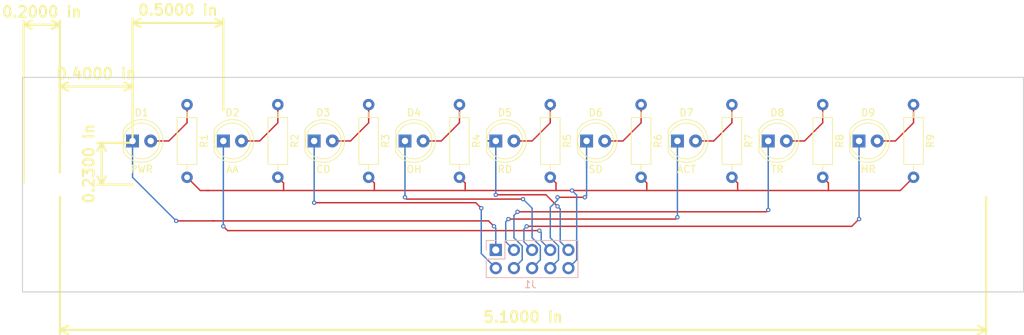
<source format=kicad_pcb>
(kicad_pcb (version 20171130) (host pcbnew 5.0.2-bee76a0~70~ubuntu18.04.1)

  (general
    (thickness 1.6)
    (drawings 9)
    (tracks 162)
    (zones 0)
    (modules 21)
    (nets 20)
  )

  (page A4)
  (layers
    (0 F.Cu signal)
    (31 B.Cu signal)
    (32 B.Adhes user)
    (33 F.Adhes user)
    (34 B.Paste user)
    (35 F.Paste user)
    (36 B.SilkS user)
    (37 F.SilkS user)
    (38 B.Mask user)
    (39 F.Mask user)
    (40 Dwgs.User user)
    (41 Cmts.User user)
    (42 Eco1.User user)
    (43 Eco2.User user)
    (44 Edge.Cuts user)
    (45 Margin user)
    (46 B.CrtYd user)
    (47 F.CrtYd user)
    (48 B.Fab user hide)
    (49 F.Fab user hide)
  )

  (setup
    (last_trace_width 0.2)
    (trace_clearance 0.2)
    (zone_clearance 0.508)
    (zone_45_only no)
    (trace_min 0.2)
    (segment_width 0.2)
    (edge_width 0.15)
    (via_size 0.6)
    (via_drill 0.3)
    (via_min_size 0.4)
    (via_min_drill 0.3)
    (uvia_size 0.3)
    (uvia_drill 0.1)
    (uvias_allowed no)
    (uvia_min_size 0.2)
    (uvia_min_drill 0.1)
    (pcb_text_width 0.3)
    (pcb_text_size 1.5 1.5)
    (mod_edge_width 0.15)
    (mod_text_size 1 1)
    (mod_text_width 0.15)
    (pad_size 3.2 3.2)
    (pad_drill 3.2)
    (pad_to_mask_clearance 0.051)
    (solder_mask_min_width 0.25)
    (aux_axis_origin 0 0)
    (visible_elements FFFFFF7F)
    (pcbplotparams
      (layerselection 0x010fc_ffffffff)
      (usegerberextensions false)
      (usegerberattributes false)
      (usegerberadvancedattributes false)
      (creategerberjobfile false)
      (excludeedgelayer true)
      (linewidth 0.100000)
      (plotframeref false)
      (viasonmask false)
      (mode 1)
      (useauxorigin false)
      (hpglpennumber 1)
      (hpglpenspeed 20)
      (hpglpendiameter 15.000000)
      (psnegative false)
      (psa4output false)
      (plotreference true)
      (plotvalue true)
      (plotinvisibletext false)
      (padsonsilk false)
      (subtractmaskfromsilk false)
      (outputformat 1)
      (mirror false)
      (drillshape 1)
      (scaleselection 1)
      (outputdirectory ""))
  )

  (net 0 "")
  (net 1 "Net-(D8-Pad2)")
  (net 2 +5V)
  (net 3 "Net-(D7-Pad2)")
  (net 4 "Net-(D6-Pad2)")
  (net 5 "Net-(D5-Pad2)")
  (net 6 "Net-(D4-Pad2)")
  (net 7 "Net-(D3-Pad2)")
  (net 8 "Net-(D2-Pad2)")
  (net 9 "Net-(D1-Pad2)")
  (net 10 "Net-(D9-Pad2)")
  (net 11 /AA)
  (net 12 GND)
  (net 13 /CD)
  (net 14 /OH)
  (net 15 /RD)
  (net 16 /SD)
  (net 17 /ACT)
  (net 18 /TR)
  (net 19 /MR)

  (net_class Default "This is the default net class."
    (clearance 0.2)
    (trace_width 0.2)
    (via_dia 0.6)
    (via_drill 0.3)
    (uvia_dia 0.3)
    (uvia_drill 0.1)
    (add_net +5V)
    (add_net /AA)
    (add_net /ACT)
    (add_net /CD)
    (add_net /MR)
    (add_net /OH)
    (add_net /RD)
    (add_net /SD)
    (add_net /TR)
    (add_net GND)
    (add_net "Net-(D1-Pad2)")
    (add_net "Net-(D2-Pad2)")
    (add_net "Net-(D3-Pad2)")
    (add_net "Net-(D4-Pad2)")
    (add_net "Net-(D5-Pad2)")
    (add_net "Net-(D6-Pad2)")
    (add_net "Net-(D7-Pad2)")
    (add_net "Net-(D8-Pad2)")
    (add_net "Net-(D9-Pad2)")
  )

  (module Resistor_THT:R_Axial_DIN0207_L6.3mm_D2.5mm_P10.16mm_Horizontal (layer F.Cu) (tedit 5AE5139B) (tstamp 5D3CBE1C)
    (at 68.58 30.48 270)
    (descr "Resistor, Axial_DIN0207 series, Axial, Horizontal, pin pitch=10.16mm, 0.25W = 1/4W, length*diameter=6.3*2.5mm^2, http://cdn-reichelt.de/documents/datenblatt/B400/1_4W%23YAG.pdf")
    (tags "Resistor Axial_DIN0207 series Axial Horizontal pin pitch 10.16mm 0.25W = 1/4W length 6.3mm diameter 2.5mm")
    (path /5D08FBE1)
    (fp_text reference R1 (at 5.08 -2.37 270) (layer F.SilkS)
      (effects (font (size 1 1) (thickness 0.15)))
    )
    (fp_text value 325 (at 5.08 2.37 270) (layer F.Fab)
      (effects (font (size 1 1) (thickness 0.15)))
    )
    (fp_text user %R (at 5.08 0 270) (layer F.Fab)
      (effects (font (size 1 1) (thickness 0.15)))
    )
    (fp_line (start 11.21 -1.5) (end -1.05 -1.5) (layer F.CrtYd) (width 0.05))
    (fp_line (start 11.21 1.5) (end 11.21 -1.5) (layer F.CrtYd) (width 0.05))
    (fp_line (start -1.05 1.5) (end 11.21 1.5) (layer F.CrtYd) (width 0.05))
    (fp_line (start -1.05 -1.5) (end -1.05 1.5) (layer F.CrtYd) (width 0.05))
    (fp_line (start 9.12 0) (end 8.35 0) (layer F.SilkS) (width 0.12))
    (fp_line (start 1.04 0) (end 1.81 0) (layer F.SilkS) (width 0.12))
    (fp_line (start 8.35 -1.37) (end 1.81 -1.37) (layer F.SilkS) (width 0.12))
    (fp_line (start 8.35 1.37) (end 8.35 -1.37) (layer F.SilkS) (width 0.12))
    (fp_line (start 1.81 1.37) (end 8.35 1.37) (layer F.SilkS) (width 0.12))
    (fp_line (start 1.81 -1.37) (end 1.81 1.37) (layer F.SilkS) (width 0.12))
    (fp_line (start 10.16 0) (end 8.23 0) (layer F.Fab) (width 0.1))
    (fp_line (start 0 0) (end 1.93 0) (layer F.Fab) (width 0.1))
    (fp_line (start 8.23 -1.25) (end 1.93 -1.25) (layer F.Fab) (width 0.1))
    (fp_line (start 8.23 1.25) (end 8.23 -1.25) (layer F.Fab) (width 0.1))
    (fp_line (start 1.93 1.25) (end 8.23 1.25) (layer F.Fab) (width 0.1))
    (fp_line (start 1.93 -1.25) (end 1.93 1.25) (layer F.Fab) (width 0.1))
    (pad 2 thru_hole oval (at 10.16 0 270) (size 1.6 1.6) (drill 0.8) (layers *.Cu *.Mask)
      (net 2 +5V))
    (pad 1 thru_hole circle (at 0 0 270) (size 1.6 1.6) (drill 0.8) (layers *.Cu *.Mask)
      (net 9 "Net-(D1-Pad2)"))
    (model ${KISYS3DMOD}/Resistor_THT.3dshapes/R_Axial_DIN0207_L6.3mm_D2.5mm_P10.16mm_Horizontal.wrl
      (at (xyz 0 0 0))
      (scale (xyz 1 1 1))
      (rotate (xyz 0 0 0))
    )
  )

  (module Resistor_THT:R_Axial_DIN0207_L6.3mm_D2.5mm_P10.16mm_Horizontal (layer F.Cu) (tedit 5AE5139B) (tstamp 5D3CA5DC)
    (at 170.18 30.48 270)
    (descr "Resistor, Axial_DIN0207 series, Axial, Horizontal, pin pitch=10.16mm, 0.25W = 1/4W, length*diameter=6.3*2.5mm^2, http://cdn-reichelt.de/documents/datenblatt/B400/1_4W%23YAG.pdf")
    (tags "Resistor Axial_DIN0207 series Axial Horizontal pin pitch 10.16mm 0.25W = 1/4W length 6.3mm diameter 2.5mm")
    (path /5D08FD55)
    (fp_text reference R9 (at 5.08 -2.37 270) (layer F.SilkS)
      (effects (font (size 1 1) (thickness 0.15)))
    )
    (fp_text value 325 (at 5.08 2.37 270) (layer F.Fab)
      (effects (font (size 1 1) (thickness 0.15)))
    )
    (fp_line (start 1.93 -1.25) (end 1.93 1.25) (layer F.Fab) (width 0.1))
    (fp_line (start 1.93 1.25) (end 8.23 1.25) (layer F.Fab) (width 0.1))
    (fp_line (start 8.23 1.25) (end 8.23 -1.25) (layer F.Fab) (width 0.1))
    (fp_line (start 8.23 -1.25) (end 1.93 -1.25) (layer F.Fab) (width 0.1))
    (fp_line (start 0 0) (end 1.93 0) (layer F.Fab) (width 0.1))
    (fp_line (start 10.16 0) (end 8.23 0) (layer F.Fab) (width 0.1))
    (fp_line (start 1.81 -1.37) (end 1.81 1.37) (layer F.SilkS) (width 0.12))
    (fp_line (start 1.81 1.37) (end 8.35 1.37) (layer F.SilkS) (width 0.12))
    (fp_line (start 8.35 1.37) (end 8.35 -1.37) (layer F.SilkS) (width 0.12))
    (fp_line (start 8.35 -1.37) (end 1.81 -1.37) (layer F.SilkS) (width 0.12))
    (fp_line (start 1.04 0) (end 1.81 0) (layer F.SilkS) (width 0.12))
    (fp_line (start 9.12 0) (end 8.35 0) (layer F.SilkS) (width 0.12))
    (fp_line (start -1.05 -1.5) (end -1.05 1.5) (layer F.CrtYd) (width 0.05))
    (fp_line (start -1.05 1.5) (end 11.21 1.5) (layer F.CrtYd) (width 0.05))
    (fp_line (start 11.21 1.5) (end 11.21 -1.5) (layer F.CrtYd) (width 0.05))
    (fp_line (start 11.21 -1.5) (end -1.05 -1.5) (layer F.CrtYd) (width 0.05))
    (fp_text user %R (at 5.08 0 270) (layer F.Fab)
      (effects (font (size 1 1) (thickness 0.15)))
    )
    (pad 1 thru_hole circle (at 0 0 270) (size 1.6 1.6) (drill 0.8) (layers *.Cu *.Mask)
      (net 10 "Net-(D9-Pad2)"))
    (pad 2 thru_hole oval (at 10.16 0 270) (size 1.6 1.6) (drill 0.8) (layers *.Cu *.Mask)
      (net 2 +5V))
    (model ${KISYS3DMOD}/Resistor_THT.3dshapes/R_Axial_DIN0207_L6.3mm_D2.5mm_P10.16mm_Horizontal.wrl
      (at (xyz 0 0 0))
      (scale (xyz 1 1 1))
      (rotate (xyz 0 0 0))
    )
  )

  (module Resistor_THT:R_Axial_DIN0207_L6.3mm_D2.5mm_P10.16mm_Horizontal (layer F.Cu) (tedit 5AE5139B) (tstamp 5D3CA5B0)
    (at 81.28 30.48 270)
    (descr "Resistor, Axial_DIN0207 series, Axial, Horizontal, pin pitch=10.16mm, 0.25W = 1/4W, length*diameter=6.3*2.5mm^2, http://cdn-reichelt.de/documents/datenblatt/B400/1_4W%23YAG.pdf")
    (tags "Resistor Axial_DIN0207 series Axial Horizontal pin pitch 10.16mm 0.25W = 1/4W length 6.3mm diameter 2.5mm")
    (path /5D08FC1D)
    (fp_text reference R2 (at 5.08 -2.37 270) (layer F.SilkS)
      (effects (font (size 1 1) (thickness 0.15)))
    )
    (fp_text value 325 (at 5.08 2.37 270) (layer F.Fab)
      (effects (font (size 1 1) (thickness 0.15)))
    )
    (fp_line (start 1.93 -1.25) (end 1.93 1.25) (layer F.Fab) (width 0.1))
    (fp_line (start 1.93 1.25) (end 8.23 1.25) (layer F.Fab) (width 0.1))
    (fp_line (start 8.23 1.25) (end 8.23 -1.25) (layer F.Fab) (width 0.1))
    (fp_line (start 8.23 -1.25) (end 1.93 -1.25) (layer F.Fab) (width 0.1))
    (fp_line (start 0 0) (end 1.93 0) (layer F.Fab) (width 0.1))
    (fp_line (start 10.16 0) (end 8.23 0) (layer F.Fab) (width 0.1))
    (fp_line (start 1.81 -1.37) (end 1.81 1.37) (layer F.SilkS) (width 0.12))
    (fp_line (start 1.81 1.37) (end 8.35 1.37) (layer F.SilkS) (width 0.12))
    (fp_line (start 8.35 1.37) (end 8.35 -1.37) (layer F.SilkS) (width 0.12))
    (fp_line (start 8.35 -1.37) (end 1.81 -1.37) (layer F.SilkS) (width 0.12))
    (fp_line (start 1.04 0) (end 1.81 0) (layer F.SilkS) (width 0.12))
    (fp_line (start 9.12 0) (end 8.35 0) (layer F.SilkS) (width 0.12))
    (fp_line (start -1.05 -1.5) (end -1.05 1.5) (layer F.CrtYd) (width 0.05))
    (fp_line (start -1.05 1.5) (end 11.21 1.5) (layer F.CrtYd) (width 0.05))
    (fp_line (start 11.21 1.5) (end 11.21 -1.5) (layer F.CrtYd) (width 0.05))
    (fp_line (start 11.21 -1.5) (end -1.05 -1.5) (layer F.CrtYd) (width 0.05))
    (fp_text user %R (at 5.08 0 270) (layer F.Fab)
      (effects (font (size 1 1) (thickness 0.15)))
    )
    (pad 1 thru_hole circle (at 0 0 270) (size 1.6 1.6) (drill 0.8) (layers *.Cu *.Mask)
      (net 8 "Net-(D2-Pad2)"))
    (pad 2 thru_hole oval (at 10.16 0 270) (size 1.6 1.6) (drill 0.8) (layers *.Cu *.Mask)
      (net 2 +5V))
    (model ${KISYS3DMOD}/Resistor_THT.3dshapes/R_Axial_DIN0207_L6.3mm_D2.5mm_P10.16mm_Horizontal.wrl
      (at (xyz 0 0 0))
      (scale (xyz 1 1 1))
      (rotate (xyz 0 0 0))
    )
  )

  (module Resistor_THT:R_Axial_DIN0207_L6.3mm_D2.5mm_P10.16mm_Horizontal (layer F.Cu) (tedit 5AE5139B) (tstamp 5D3CA59A)
    (at 93.98 30.48 270)
    (descr "Resistor, Axial_DIN0207 series, Axial, Horizontal, pin pitch=10.16mm, 0.25W = 1/4W, length*diameter=6.3*2.5mm^2, http://cdn-reichelt.de/documents/datenblatt/B400/1_4W%23YAG.pdf")
    (tags "Resistor Axial_DIN0207 series Axial Horizontal pin pitch 10.16mm 0.25W = 1/4W length 6.3mm diameter 2.5mm")
    (path /5D08F7CB)
    (fp_text reference R3 (at 5.08 -2.37 270) (layer F.SilkS)
      (effects (font (size 1 1) (thickness 0.15)))
    )
    (fp_text value 325 (at 5.08 2.37 270) (layer F.Fab)
      (effects (font (size 1 1) (thickness 0.15)))
    )
    (fp_text user %R (at 5.08 0 270) (layer F.Fab)
      (effects (font (size 1 1) (thickness 0.15)))
    )
    (fp_line (start 11.21 -1.5) (end -1.05 -1.5) (layer F.CrtYd) (width 0.05))
    (fp_line (start 11.21 1.5) (end 11.21 -1.5) (layer F.CrtYd) (width 0.05))
    (fp_line (start -1.05 1.5) (end 11.21 1.5) (layer F.CrtYd) (width 0.05))
    (fp_line (start -1.05 -1.5) (end -1.05 1.5) (layer F.CrtYd) (width 0.05))
    (fp_line (start 9.12 0) (end 8.35 0) (layer F.SilkS) (width 0.12))
    (fp_line (start 1.04 0) (end 1.81 0) (layer F.SilkS) (width 0.12))
    (fp_line (start 8.35 -1.37) (end 1.81 -1.37) (layer F.SilkS) (width 0.12))
    (fp_line (start 8.35 1.37) (end 8.35 -1.37) (layer F.SilkS) (width 0.12))
    (fp_line (start 1.81 1.37) (end 8.35 1.37) (layer F.SilkS) (width 0.12))
    (fp_line (start 1.81 -1.37) (end 1.81 1.37) (layer F.SilkS) (width 0.12))
    (fp_line (start 10.16 0) (end 8.23 0) (layer F.Fab) (width 0.1))
    (fp_line (start 0 0) (end 1.93 0) (layer F.Fab) (width 0.1))
    (fp_line (start 8.23 -1.25) (end 1.93 -1.25) (layer F.Fab) (width 0.1))
    (fp_line (start 8.23 1.25) (end 8.23 -1.25) (layer F.Fab) (width 0.1))
    (fp_line (start 1.93 1.25) (end 8.23 1.25) (layer F.Fab) (width 0.1))
    (fp_line (start 1.93 -1.25) (end 1.93 1.25) (layer F.Fab) (width 0.1))
    (pad 2 thru_hole oval (at 10.16 0 270) (size 1.6 1.6) (drill 0.8) (layers *.Cu *.Mask)
      (net 2 +5V))
    (pad 1 thru_hole circle (at 0 0 270) (size 1.6 1.6) (drill 0.8) (layers *.Cu *.Mask)
      (net 7 "Net-(D3-Pad2)"))
    (model ${KISYS3DMOD}/Resistor_THT.3dshapes/R_Axial_DIN0207_L6.3mm_D2.5mm_P10.16mm_Horizontal.wrl
      (at (xyz 0 0 0))
      (scale (xyz 1 1 1))
      (rotate (xyz 0 0 0))
    )
  )

  (module Resistor_THT:R_Axial_DIN0207_L6.3mm_D2.5mm_P10.16mm_Horizontal (layer F.Cu) (tedit 5AE5139B) (tstamp 5D3CA584)
    (at 106.68 30.48 270)
    (descr "Resistor, Axial_DIN0207 series, Axial, Horizontal, pin pitch=10.16mm, 0.25W = 1/4W, length*diameter=6.3*2.5mm^2, http://cdn-reichelt.de/documents/datenblatt/B400/1_4W%23YAG.pdf")
    (tags "Resistor Axial_DIN0207 series Axial Horizontal pin pitch 10.16mm 0.25W = 1/4W length 6.3mm diameter 2.5mm")
    (path /5D08FC9B)
    (fp_text reference R4 (at 5.08 -2.37 270) (layer F.SilkS)
      (effects (font (size 1 1) (thickness 0.15)))
    )
    (fp_text value 325 (at 5.08 2.37 270) (layer F.Fab)
      (effects (font (size 1 1) (thickness 0.15)))
    )
    (fp_line (start 1.93 -1.25) (end 1.93 1.25) (layer F.Fab) (width 0.1))
    (fp_line (start 1.93 1.25) (end 8.23 1.25) (layer F.Fab) (width 0.1))
    (fp_line (start 8.23 1.25) (end 8.23 -1.25) (layer F.Fab) (width 0.1))
    (fp_line (start 8.23 -1.25) (end 1.93 -1.25) (layer F.Fab) (width 0.1))
    (fp_line (start 0 0) (end 1.93 0) (layer F.Fab) (width 0.1))
    (fp_line (start 10.16 0) (end 8.23 0) (layer F.Fab) (width 0.1))
    (fp_line (start 1.81 -1.37) (end 1.81 1.37) (layer F.SilkS) (width 0.12))
    (fp_line (start 1.81 1.37) (end 8.35 1.37) (layer F.SilkS) (width 0.12))
    (fp_line (start 8.35 1.37) (end 8.35 -1.37) (layer F.SilkS) (width 0.12))
    (fp_line (start 8.35 -1.37) (end 1.81 -1.37) (layer F.SilkS) (width 0.12))
    (fp_line (start 1.04 0) (end 1.81 0) (layer F.SilkS) (width 0.12))
    (fp_line (start 9.12 0) (end 8.35 0) (layer F.SilkS) (width 0.12))
    (fp_line (start -1.05 -1.5) (end -1.05 1.5) (layer F.CrtYd) (width 0.05))
    (fp_line (start -1.05 1.5) (end 11.21 1.5) (layer F.CrtYd) (width 0.05))
    (fp_line (start 11.21 1.5) (end 11.21 -1.5) (layer F.CrtYd) (width 0.05))
    (fp_line (start 11.21 -1.5) (end -1.05 -1.5) (layer F.CrtYd) (width 0.05))
    (fp_text user %R (at 5.08 0 270) (layer F.Fab)
      (effects (font (size 1 1) (thickness 0.15)))
    )
    (pad 1 thru_hole circle (at 0 0 270) (size 1.6 1.6) (drill 0.8) (layers *.Cu *.Mask)
      (net 6 "Net-(D4-Pad2)"))
    (pad 2 thru_hole oval (at 10.16 0 270) (size 1.6 1.6) (drill 0.8) (layers *.Cu *.Mask)
      (net 2 +5V))
    (model ${KISYS3DMOD}/Resistor_THT.3dshapes/R_Axial_DIN0207_L6.3mm_D2.5mm_P10.16mm_Horizontal.wrl
      (at (xyz 0 0 0))
      (scale (xyz 1 1 1))
      (rotate (xyz 0 0 0))
    )
  )

  (module Resistor_THT:R_Axial_DIN0207_L6.3mm_D2.5mm_P10.16mm_Horizontal (layer F.Cu) (tedit 5AE5139B) (tstamp 5D3CA56E)
    (at 119.38 30.48 270)
    (descr "Resistor, Axial_DIN0207 series, Axial, Horizontal, pin pitch=10.16mm, 0.25W = 1/4W, length*diameter=6.3*2.5mm^2, http://cdn-reichelt.de/documents/datenblatt/B400/1_4W%23YAG.pdf")
    (tags "Resistor Axial_DIN0207 series Axial Horizontal pin pitch 10.16mm 0.25W = 1/4W length 6.3mm diameter 2.5mm")
    (path /5D08FC5B)
    (fp_text reference R5 (at 5.08 -2.37 270) (layer F.SilkS)
      (effects (font (size 1 1) (thickness 0.15)))
    )
    (fp_text value 325 (at 5.08 2.37 270) (layer F.Fab)
      (effects (font (size 1 1) (thickness 0.15)))
    )
    (fp_text user %R (at 5.08 0 270) (layer F.Fab)
      (effects (font (size 1 1) (thickness 0.15)))
    )
    (fp_line (start 11.21 -1.5) (end -1.05 -1.5) (layer F.CrtYd) (width 0.05))
    (fp_line (start 11.21 1.5) (end 11.21 -1.5) (layer F.CrtYd) (width 0.05))
    (fp_line (start -1.05 1.5) (end 11.21 1.5) (layer F.CrtYd) (width 0.05))
    (fp_line (start -1.05 -1.5) (end -1.05 1.5) (layer F.CrtYd) (width 0.05))
    (fp_line (start 9.12 0) (end 8.35 0) (layer F.SilkS) (width 0.12))
    (fp_line (start 1.04 0) (end 1.81 0) (layer F.SilkS) (width 0.12))
    (fp_line (start 8.35 -1.37) (end 1.81 -1.37) (layer F.SilkS) (width 0.12))
    (fp_line (start 8.35 1.37) (end 8.35 -1.37) (layer F.SilkS) (width 0.12))
    (fp_line (start 1.81 1.37) (end 8.35 1.37) (layer F.SilkS) (width 0.12))
    (fp_line (start 1.81 -1.37) (end 1.81 1.37) (layer F.SilkS) (width 0.12))
    (fp_line (start 10.16 0) (end 8.23 0) (layer F.Fab) (width 0.1))
    (fp_line (start 0 0) (end 1.93 0) (layer F.Fab) (width 0.1))
    (fp_line (start 8.23 -1.25) (end 1.93 -1.25) (layer F.Fab) (width 0.1))
    (fp_line (start 8.23 1.25) (end 8.23 -1.25) (layer F.Fab) (width 0.1))
    (fp_line (start 1.93 1.25) (end 8.23 1.25) (layer F.Fab) (width 0.1))
    (fp_line (start 1.93 -1.25) (end 1.93 1.25) (layer F.Fab) (width 0.1))
    (pad 2 thru_hole oval (at 10.16 0 270) (size 1.6 1.6) (drill 0.8) (layers *.Cu *.Mask)
      (net 2 +5V))
    (pad 1 thru_hole circle (at 0 0 270) (size 1.6 1.6) (drill 0.8) (layers *.Cu *.Mask)
      (net 5 "Net-(D5-Pad2)"))
    (model ${KISYS3DMOD}/Resistor_THT.3dshapes/R_Axial_DIN0207_L6.3mm_D2.5mm_P10.16mm_Horizontal.wrl
      (at (xyz 0 0 0))
      (scale (xyz 1 1 1))
      (rotate (xyz 0 0 0))
    )
  )

  (module Resistor_THT:R_Axial_DIN0207_L6.3mm_D2.5mm_P10.16mm_Horizontal (layer F.Cu) (tedit 5AE5139B) (tstamp 5D3CA558)
    (at 132.08 30.48 270)
    (descr "Resistor, Axial_DIN0207 series, Axial, Horizontal, pin pitch=10.16mm, 0.25W = 1/4W, length*diameter=6.3*2.5mm^2, http://cdn-reichelt.de/documents/datenblatt/B400/1_4W%23YAG.pdf")
    (tags "Resistor Axial_DIN0207 series Axial Horizontal pin pitch 10.16mm 0.25W = 1/4W length 6.3mm diameter 2.5mm")
    (path /5D08FD19)
    (fp_text reference R6 (at 5.08 -2.37 270) (layer F.SilkS)
      (effects (font (size 1 1) (thickness 0.15)))
    )
    (fp_text value 325 (at 5.08 2.37 270) (layer F.Fab)
      (effects (font (size 1 1) (thickness 0.15)))
    )
    (fp_line (start 1.93 -1.25) (end 1.93 1.25) (layer F.Fab) (width 0.1))
    (fp_line (start 1.93 1.25) (end 8.23 1.25) (layer F.Fab) (width 0.1))
    (fp_line (start 8.23 1.25) (end 8.23 -1.25) (layer F.Fab) (width 0.1))
    (fp_line (start 8.23 -1.25) (end 1.93 -1.25) (layer F.Fab) (width 0.1))
    (fp_line (start 0 0) (end 1.93 0) (layer F.Fab) (width 0.1))
    (fp_line (start 10.16 0) (end 8.23 0) (layer F.Fab) (width 0.1))
    (fp_line (start 1.81 -1.37) (end 1.81 1.37) (layer F.SilkS) (width 0.12))
    (fp_line (start 1.81 1.37) (end 8.35 1.37) (layer F.SilkS) (width 0.12))
    (fp_line (start 8.35 1.37) (end 8.35 -1.37) (layer F.SilkS) (width 0.12))
    (fp_line (start 8.35 -1.37) (end 1.81 -1.37) (layer F.SilkS) (width 0.12))
    (fp_line (start 1.04 0) (end 1.81 0) (layer F.SilkS) (width 0.12))
    (fp_line (start 9.12 0) (end 8.35 0) (layer F.SilkS) (width 0.12))
    (fp_line (start -1.05 -1.5) (end -1.05 1.5) (layer F.CrtYd) (width 0.05))
    (fp_line (start -1.05 1.5) (end 11.21 1.5) (layer F.CrtYd) (width 0.05))
    (fp_line (start 11.21 1.5) (end 11.21 -1.5) (layer F.CrtYd) (width 0.05))
    (fp_line (start 11.21 -1.5) (end -1.05 -1.5) (layer F.CrtYd) (width 0.05))
    (fp_text user %R (at 5.08 0 270) (layer F.Fab)
      (effects (font (size 1 1) (thickness 0.15)))
    )
    (pad 1 thru_hole circle (at 0 0 270) (size 1.6 1.6) (drill 0.8) (layers *.Cu *.Mask)
      (net 4 "Net-(D6-Pad2)"))
    (pad 2 thru_hole oval (at 10.16 0 270) (size 1.6 1.6) (drill 0.8) (layers *.Cu *.Mask)
      (net 2 +5V))
    (model ${KISYS3DMOD}/Resistor_THT.3dshapes/R_Axial_DIN0207_L6.3mm_D2.5mm_P10.16mm_Horizontal.wrl
      (at (xyz 0 0 0))
      (scale (xyz 1 1 1))
      (rotate (xyz 0 0 0))
    )
  )

  (module Resistor_THT:R_Axial_DIN0207_L6.3mm_D2.5mm_P10.16mm_Horizontal (layer F.Cu) (tedit 5AE5139B) (tstamp 5D3CA542)
    (at 144.78 30.48 270)
    (descr "Resistor, Axial_DIN0207 series, Axial, Horizontal, pin pitch=10.16mm, 0.25W = 1/4W, length*diameter=6.3*2.5mm^2, http://cdn-reichelt.de/documents/datenblatt/B400/1_4W%23YAG.pdf")
    (tags "Resistor Axial_DIN0207 series Axial Horizontal pin pitch 10.16mm 0.25W = 1/4W length 6.3mm diameter 2.5mm")
    (path /5D08FCD5)
    (fp_text reference R7 (at 5.08 -2.37 270) (layer F.SilkS)
      (effects (font (size 1 1) (thickness 0.15)))
    )
    (fp_text value 325 (at 5.08 2.37 270) (layer F.Fab)
      (effects (font (size 1 1) (thickness 0.15)))
    )
    (fp_text user %R (at 5.08 0 270) (layer F.Fab)
      (effects (font (size 1 1) (thickness 0.15)))
    )
    (fp_line (start 11.21 -1.5) (end -1.05 -1.5) (layer F.CrtYd) (width 0.05))
    (fp_line (start 11.21 1.5) (end 11.21 -1.5) (layer F.CrtYd) (width 0.05))
    (fp_line (start -1.05 1.5) (end 11.21 1.5) (layer F.CrtYd) (width 0.05))
    (fp_line (start -1.05 -1.5) (end -1.05 1.5) (layer F.CrtYd) (width 0.05))
    (fp_line (start 9.12 0) (end 8.35 0) (layer F.SilkS) (width 0.12))
    (fp_line (start 1.04 0) (end 1.81 0) (layer F.SilkS) (width 0.12))
    (fp_line (start 8.35 -1.37) (end 1.81 -1.37) (layer F.SilkS) (width 0.12))
    (fp_line (start 8.35 1.37) (end 8.35 -1.37) (layer F.SilkS) (width 0.12))
    (fp_line (start 1.81 1.37) (end 8.35 1.37) (layer F.SilkS) (width 0.12))
    (fp_line (start 1.81 -1.37) (end 1.81 1.37) (layer F.SilkS) (width 0.12))
    (fp_line (start 10.16 0) (end 8.23 0) (layer F.Fab) (width 0.1))
    (fp_line (start 0 0) (end 1.93 0) (layer F.Fab) (width 0.1))
    (fp_line (start 8.23 -1.25) (end 1.93 -1.25) (layer F.Fab) (width 0.1))
    (fp_line (start 8.23 1.25) (end 8.23 -1.25) (layer F.Fab) (width 0.1))
    (fp_line (start 1.93 1.25) (end 8.23 1.25) (layer F.Fab) (width 0.1))
    (fp_line (start 1.93 -1.25) (end 1.93 1.25) (layer F.Fab) (width 0.1))
    (pad 2 thru_hole oval (at 10.16 0 270) (size 1.6 1.6) (drill 0.8) (layers *.Cu *.Mask)
      (net 2 +5V))
    (pad 1 thru_hole circle (at 0 0 270) (size 1.6 1.6) (drill 0.8) (layers *.Cu *.Mask)
      (net 3 "Net-(D7-Pad2)"))
    (model ${KISYS3DMOD}/Resistor_THT.3dshapes/R_Axial_DIN0207_L6.3mm_D2.5mm_P10.16mm_Horizontal.wrl
      (at (xyz 0 0 0))
      (scale (xyz 1 1 1))
      (rotate (xyz 0 0 0))
    )
  )

  (module Resistor_THT:R_Axial_DIN0207_L6.3mm_D2.5mm_P10.16mm_Horizontal (layer F.Cu) (tedit 5AE5139B) (tstamp 5D3CA52C)
    (at 157.48 30.48 270)
    (descr "Resistor, Axial_DIN0207 series, Axial, Horizontal, pin pitch=10.16mm, 0.25W = 1/4W, length*diameter=6.3*2.5mm^2, http://cdn-reichelt.de/documents/datenblatt/B400/1_4W%23YAG.pdf")
    (tags "Resistor Axial_DIN0207 series Axial Horizontal pin pitch 10.16mm 0.25W = 1/4W length 6.3mm diameter 2.5mm")
    (path /5D08FD9F)
    (fp_text reference R8 (at 5.08 -2.37 270) (layer F.SilkS)
      (effects (font (size 1 1) (thickness 0.15)))
    )
    (fp_text value 325 (at 5.08 2.37 270) (layer F.Fab)
      (effects (font (size 1 1) (thickness 0.15)))
    )
    (fp_line (start 1.93 -1.25) (end 1.93 1.25) (layer F.Fab) (width 0.1))
    (fp_line (start 1.93 1.25) (end 8.23 1.25) (layer F.Fab) (width 0.1))
    (fp_line (start 8.23 1.25) (end 8.23 -1.25) (layer F.Fab) (width 0.1))
    (fp_line (start 8.23 -1.25) (end 1.93 -1.25) (layer F.Fab) (width 0.1))
    (fp_line (start 0 0) (end 1.93 0) (layer F.Fab) (width 0.1))
    (fp_line (start 10.16 0) (end 8.23 0) (layer F.Fab) (width 0.1))
    (fp_line (start 1.81 -1.37) (end 1.81 1.37) (layer F.SilkS) (width 0.12))
    (fp_line (start 1.81 1.37) (end 8.35 1.37) (layer F.SilkS) (width 0.12))
    (fp_line (start 8.35 1.37) (end 8.35 -1.37) (layer F.SilkS) (width 0.12))
    (fp_line (start 8.35 -1.37) (end 1.81 -1.37) (layer F.SilkS) (width 0.12))
    (fp_line (start 1.04 0) (end 1.81 0) (layer F.SilkS) (width 0.12))
    (fp_line (start 9.12 0) (end 8.35 0) (layer F.SilkS) (width 0.12))
    (fp_line (start -1.05 -1.5) (end -1.05 1.5) (layer F.CrtYd) (width 0.05))
    (fp_line (start -1.05 1.5) (end 11.21 1.5) (layer F.CrtYd) (width 0.05))
    (fp_line (start 11.21 1.5) (end 11.21 -1.5) (layer F.CrtYd) (width 0.05))
    (fp_line (start 11.21 -1.5) (end -1.05 -1.5) (layer F.CrtYd) (width 0.05))
    (fp_text user %R (at 5.08 0 270) (layer F.Fab)
      (effects (font (size 1 1) (thickness 0.15)))
    )
    (pad 1 thru_hole circle (at 0 0 270) (size 1.6 1.6) (drill 0.8) (layers *.Cu *.Mask)
      (net 1 "Net-(D8-Pad2)"))
    (pad 2 thru_hole oval (at 10.16 0 270) (size 1.6 1.6) (drill 0.8) (layers *.Cu *.Mask)
      (net 2 +5V))
    (model ${KISYS3DMOD}/Resistor_THT.3dshapes/R_Axial_DIN0207_L6.3mm_D2.5mm_P10.16mm_Horizontal.wrl
      (at (xyz 0 0 0))
      (scale (xyz 1 1 1))
      (rotate (xyz 0 0 0))
    )
  )

  (module MountingHole:MountingHole_3.2mm_M3 locked (layer F.Cu) (tedit 5D3B9FFB) (tstamp 5D337CFF)
    (at 180.292 41.67)
    (descr "Mounting Hole 3.2mm, no annular, M3")
    (tags "mounting hole 3.2mm no annular m3")
    (attr virtual)
    (fp_text reference REF** (at 0 -4.2) (layer F.SilkS) hide
      (effects (font (size 1 1) (thickness 0.15)))
    )
    (fp_text value MountingHole_3.2mm_M3 (at 0 4.2) (layer F.Fab)
      (effects (font (size 1 1) (thickness 0.15)))
    )
    (fp_circle (center 0 0) (end 3.45 0) (layer F.CrtYd) (width 0.05))
    (fp_circle (center 0 0) (end 3.2 0) (layer Cmts.User) (width 0.15))
    (fp_text user %R (at 0.3 0) (layer F.Fab)
      (effects (font (size 1 1) (thickness 0.15)))
    )
    (pad 1 np_thru_hole circle (at 0 0) (size 3.2 3.2) (drill 3.2) (layers *.Cu *.Mask))
  )

  (module MountingHole:MountingHole_3.2mm_M3 locked (layer F.Cu) (tedit 5D3B9FEC) (tstamp 5D337CE2)
    (at 50.848 41.67)
    (descr "Mounting Hole 3.2mm, no annular, M3")
    (tags "mounting hole 3.2mm no annular m3")
    (attr virtual)
    (fp_text reference REF** (at 0 -4.2) (layer F.SilkS) hide
      (effects (font (size 1 1) (thickness 0.15)))
    )
    (fp_text value MountingHole_3.2mm_M3 (at 0 4.2) (layer F.Fab)
      (effects (font (size 1 1) (thickness 0.15)))
    )
    (fp_circle (center 0 0) (end 3.45 0) (layer F.CrtYd) (width 0.05))
    (fp_circle (center 0 0) (end 3.2 0) (layer Cmts.User) (width 0.15))
    (fp_text user %R (at 0.3 0) (layer F.Fab)
      (effects (font (size 1 1) (thickness 0.15)))
    )
    (pad 1 np_thru_hole circle (at 0 0) (size 3.2 3.2) (drill 3.2) (layers *.Cu *.Mask))
  )

  (module LED_THT:LED_D5.0mm (layer F.Cu) (tedit 5D3BA9DE) (tstamp 5D09EE3F)
    (at 86.36 35.56)
    (descr "LED, diameter 5.0mm, 2 pins, http://cdn-reichelt.de/documents/datenblatt/A500/LL-504BC2E-009.pdf")
    (tags "LED diameter 5.0mm 2 pins")
    (path /5D08F47D)
    (fp_text reference D3 (at 1.27 -3.96) (layer F.SilkS)
      (effects (font (size 1 1) (thickness 0.15)))
    )
    (fp_text value CD (at 1.27 3.96) (layer F.SilkS)
      (effects (font (size 1 1) (thickness 0.15)))
    )
    (fp_arc (start 1.27 0) (end -1.23 -1.469694) (angle 299.1) (layer F.Fab) (width 0.1))
    (fp_arc (start 1.27 0) (end -1.29 -1.54483) (angle 148.9) (layer F.SilkS) (width 0.12))
    (fp_arc (start 1.27 0) (end -1.29 1.54483) (angle -148.9) (layer F.SilkS) (width 0.12))
    (fp_circle (center 1.27 0) (end 3.77 0) (layer F.Fab) (width 0.1))
    (fp_circle (center 1.27 0) (end 3.77 0) (layer F.SilkS) (width 0.12))
    (fp_line (start -1.23 -1.469694) (end -1.23 1.469694) (layer F.Fab) (width 0.1))
    (fp_line (start -1.29 -1.545) (end -1.29 1.545) (layer F.SilkS) (width 0.12))
    (fp_line (start -1.95 -3.25) (end -1.95 3.25) (layer F.CrtYd) (width 0.05))
    (fp_line (start -1.95 3.25) (end 4.5 3.25) (layer F.CrtYd) (width 0.05))
    (fp_line (start 4.5 3.25) (end 4.5 -3.25) (layer F.CrtYd) (width 0.05))
    (fp_line (start 4.5 -3.25) (end -1.95 -3.25) (layer F.CrtYd) (width 0.05))
    (fp_text user %R (at 1.25 0) (layer F.Fab)
      (effects (font (size 0.8 0.8) (thickness 0.2)))
    )
    (pad 1 thru_hole rect (at 0 0) (size 1.8 1.8) (drill 0.9) (layers *.Cu *.Mask)
      (net 13 /CD))
    (pad 2 thru_hole circle (at 2.54 0) (size 1.8 1.8) (drill 0.9) (layers *.Cu *.Mask)
      (net 7 "Net-(D3-Pad2)"))
    (model ${KISYS3DMOD}/LED_THT.3dshapes/LED_D5.0mm.wrl
      (at (xyz 0 0 0))
      (scale (xyz 1 1 1))
      (rotate (xyz 0 0 0))
    )
  )

  (module Connector_PinHeader_2.54mm:PinHeader_2x05_P2.54mm_Vertical (layer B.Cu) (tedit 59FED5CC) (tstamp 5D3BAFDC)
    (at 111.76 50.8 270)
    (descr "Through hole straight pin header, 2x05, 2.54mm pitch, double rows")
    (tags "Through hole pin header THT 2x05 2.54mm double row")
    (path /5D08EF40)
    (fp_text reference J1 (at 4.826 -4.826) (layer B.SilkS)
      (effects (font (size 1 1) (thickness 0.15)) (justify mirror))
    )
    (fp_text value MAIN_BOARD (at 1.27 -12.49 270) (layer B.Fab)
      (effects (font (size 1 1) (thickness 0.15)) (justify mirror))
    )
    (fp_text user %R (at 1.27 -5.08 180) (layer B.Fab)
      (effects (font (size 1 1) (thickness 0.15)) (justify mirror))
    )
    (fp_line (start 4.35 1.8) (end -1.8 1.8) (layer B.CrtYd) (width 0.05))
    (fp_line (start 4.35 -11.95) (end 4.35 1.8) (layer B.CrtYd) (width 0.05))
    (fp_line (start -1.8 -11.95) (end 4.35 -11.95) (layer B.CrtYd) (width 0.05))
    (fp_line (start -1.8 1.8) (end -1.8 -11.95) (layer B.CrtYd) (width 0.05))
    (fp_line (start -1.33 1.33) (end 0 1.33) (layer B.SilkS) (width 0.12))
    (fp_line (start -1.33 0) (end -1.33 1.33) (layer B.SilkS) (width 0.12))
    (fp_line (start 1.27 1.33) (end 3.87 1.33) (layer B.SilkS) (width 0.12))
    (fp_line (start 1.27 -1.27) (end 1.27 1.33) (layer B.SilkS) (width 0.12))
    (fp_line (start -1.33 -1.27) (end 1.27 -1.27) (layer B.SilkS) (width 0.12))
    (fp_line (start 3.87 1.33) (end 3.87 -11.49) (layer B.SilkS) (width 0.12))
    (fp_line (start -1.33 -1.27) (end -1.33 -11.49) (layer B.SilkS) (width 0.12))
    (fp_line (start -1.33 -11.49) (end 3.87 -11.49) (layer B.SilkS) (width 0.12))
    (fp_line (start -1.27 0) (end 0 1.27) (layer B.Fab) (width 0.1))
    (fp_line (start -1.27 -11.43) (end -1.27 0) (layer B.Fab) (width 0.1))
    (fp_line (start 3.81 -11.43) (end -1.27 -11.43) (layer B.Fab) (width 0.1))
    (fp_line (start 3.81 1.27) (end 3.81 -11.43) (layer B.Fab) (width 0.1))
    (fp_line (start 0 1.27) (end 3.81 1.27) (layer B.Fab) (width 0.1))
    (pad 10 thru_hole oval (at 2.54 -10.16 270) (size 1.7 1.7) (drill 1) (layers *.Cu *.Mask)
      (net 2 +5V))
    (pad 9 thru_hole oval (at 0 -10.16 270) (size 1.7 1.7) (drill 1) (layers *.Cu *.Mask)
      (net 15 /RD))
    (pad 8 thru_hole oval (at 2.54 -7.62 270) (size 1.7 1.7) (drill 1) (layers *.Cu *.Mask)
      (net 16 /SD))
    (pad 7 thru_hole oval (at 0 -7.62 270) (size 1.7 1.7) (drill 1) (layers *.Cu *.Mask)
      (net 11 /AA))
    (pad 6 thru_hole oval (at 2.54 -5.08 270) (size 1.7 1.7) (drill 1) (layers *.Cu *.Mask)
      (net 14 /OH))
    (pad 5 thru_hole oval (at 0 -5.08 270) (size 1.7 1.7) (drill 1) (layers *.Cu *.Mask)
      (net 19 /MR))
    (pad 4 thru_hole oval (at 2.54 -2.54 270) (size 1.7 1.7) (drill 1) (layers *.Cu *.Mask)
      (net 18 /TR))
    (pad 3 thru_hole oval (at 0 -2.54 270) (size 1.7 1.7) (drill 1) (layers *.Cu *.Mask)
      (net 17 /ACT))
    (pad 2 thru_hole oval (at 2.54 0 270) (size 1.7 1.7) (drill 1) (layers *.Cu *.Mask)
      (net 13 /CD))
    (pad 1 thru_hole rect (at 0 0 270) (size 1.7 1.7) (drill 1) (layers *.Cu *.Mask)
      (net 12 GND))
    (model ${KISYS3DMOD}/Connector_PinHeader_2.54mm.3dshapes/PinHeader_2x05_P2.54mm_Vertical.wrl
      (at (xyz 0 0 0))
      (scale (xyz 1 1 1))
      (rotate (xyz 0 0 0))
    )
  )

  (module LED_THT:LED_D5.0mm (layer F.Cu) (tedit 5D3BAA40) (tstamp 5D09EEAB)
    (at 162.56 35.56)
    (descr "LED, diameter 5.0mm, 2 pins, http://cdn-reichelt.de/documents/datenblatt/A500/LL-504BC2E-009.pdf")
    (tags "LED diameter 5.0mm 2 pins")
    (path /5D08F41F)
    (fp_text reference D9 (at 1.27 -3.96) (layer F.SilkS)
      (effects (font (size 1 1) (thickness 0.15)))
    )
    (fp_text value MR (at 1.27 3.96) (layer F.SilkS)
      (effects (font (size 1 1) (thickness 0.15)))
    )
    (fp_arc (start 1.27 0) (end -1.23 -1.469694) (angle 299.1) (layer F.Fab) (width 0.1))
    (fp_arc (start 1.27 0) (end -1.29 -1.54483) (angle 148.9) (layer F.SilkS) (width 0.12))
    (fp_arc (start 1.27 0) (end -1.29 1.54483) (angle -148.9) (layer F.SilkS) (width 0.12))
    (fp_circle (center 1.27 0) (end 3.77 0) (layer F.Fab) (width 0.1))
    (fp_circle (center 1.27 0) (end 3.77 0) (layer F.SilkS) (width 0.12))
    (fp_line (start -1.23 -1.469694) (end -1.23 1.469694) (layer F.Fab) (width 0.1))
    (fp_line (start -1.29 -1.545) (end -1.29 1.545) (layer F.SilkS) (width 0.12))
    (fp_line (start -1.95 -3.25) (end -1.95 3.25) (layer F.CrtYd) (width 0.05))
    (fp_line (start -1.95 3.25) (end 4.5 3.25) (layer F.CrtYd) (width 0.05))
    (fp_line (start 4.5 3.25) (end 4.5 -3.25) (layer F.CrtYd) (width 0.05))
    (fp_line (start 4.5 -3.25) (end -1.95 -3.25) (layer F.CrtYd) (width 0.05))
    (fp_text user %R (at 1.25 0) (layer F.Fab)
      (effects (font (size 0.8 0.8) (thickness 0.2)))
    )
    (pad 1 thru_hole rect (at 0 0) (size 1.8 1.8) (drill 0.9) (layers *.Cu *.Mask)
      (net 19 /MR))
    (pad 2 thru_hole circle (at 2.54 0) (size 1.8 1.8) (drill 0.9) (layers *.Cu *.Mask)
      (net 10 "Net-(D9-Pad2)"))
    (model ${KISYS3DMOD}/LED_THT.3dshapes/LED_D5.0mm.wrl
      (at (xyz 0 0 0))
      (scale (xyz 1 1 1))
      (rotate (xyz 0 0 0))
    )
  )

  (module LED_THT:LED_D5.0mm (layer F.Cu) (tedit 5D3BAA32) (tstamp 5D09EE99)
    (at 149.86 35.56)
    (descr "LED, diameter 5.0mm, 2 pins, http://cdn-reichelt.de/documents/datenblatt/A500/LL-504BC2E-009.pdf")
    (tags "LED diameter 5.0mm 2 pins")
    (path /5D08F3C9)
    (fp_text reference D8 (at 1.27 -3.96) (layer F.SilkS)
      (effects (font (size 1 1) (thickness 0.15)))
    )
    (fp_text value TR (at 1.27 3.96) (layer F.SilkS)
      (effects (font (size 1 1) (thickness 0.15)))
    )
    (fp_text user %R (at 1.25 0) (layer F.Fab)
      (effects (font (size 0.8 0.8) (thickness 0.2)))
    )
    (fp_line (start 4.5 -3.25) (end -1.95 -3.25) (layer F.CrtYd) (width 0.05))
    (fp_line (start 4.5 3.25) (end 4.5 -3.25) (layer F.CrtYd) (width 0.05))
    (fp_line (start -1.95 3.25) (end 4.5 3.25) (layer F.CrtYd) (width 0.05))
    (fp_line (start -1.95 -3.25) (end -1.95 3.25) (layer F.CrtYd) (width 0.05))
    (fp_line (start -1.29 -1.545) (end -1.29 1.545) (layer F.SilkS) (width 0.12))
    (fp_line (start -1.23 -1.469694) (end -1.23 1.469694) (layer F.Fab) (width 0.1))
    (fp_circle (center 1.27 0) (end 3.77 0) (layer F.SilkS) (width 0.12))
    (fp_circle (center 1.27 0) (end 3.77 0) (layer F.Fab) (width 0.1))
    (fp_arc (start 1.27 0) (end -1.29 1.54483) (angle -148.9) (layer F.SilkS) (width 0.12))
    (fp_arc (start 1.27 0) (end -1.29 -1.54483) (angle 148.9) (layer F.SilkS) (width 0.12))
    (fp_arc (start 1.27 0) (end -1.23 -1.469694) (angle 299.1) (layer F.Fab) (width 0.1))
    (pad 2 thru_hole circle (at 2.54 0) (size 1.8 1.8) (drill 0.9) (layers *.Cu *.Mask)
      (net 1 "Net-(D8-Pad2)"))
    (pad 1 thru_hole rect (at 0 0) (size 1.8 1.8) (drill 0.9) (layers *.Cu *.Mask)
      (net 18 /TR))
    (model ${KISYS3DMOD}/LED_THT.3dshapes/LED_D5.0mm.wrl
      (at (xyz 0 0 0))
      (scale (xyz 1 1 1))
      (rotate (xyz 0 0 0))
    )
  )

  (module LED_THT:LED_D5.0mm (layer F.Cu) (tedit 5D3BAA29) (tstamp 5D09EE87)
    (at 137.16 35.56)
    (descr "LED, diameter 5.0mm, 2 pins, http://cdn-reichelt.de/documents/datenblatt/A500/LL-504BC2E-009.pdf")
    (tags "LED diameter 5.0mm 2 pins")
    (path /5D08F44F)
    (fp_text reference D7 (at 1.27 -3.96) (layer F.SilkS)
      (effects (font (size 1 1) (thickness 0.15)))
    )
    (fp_text value ACT (at 1.27 3.96) (layer F.SilkS)
      (effects (font (size 1 1) (thickness 0.15)))
    )
    (fp_arc (start 1.27 0) (end -1.23 -1.469694) (angle 299.1) (layer F.Fab) (width 0.1))
    (fp_arc (start 1.27 0) (end -1.29 -1.54483) (angle 148.9) (layer F.SilkS) (width 0.12))
    (fp_arc (start 1.27 0) (end -1.29 1.54483) (angle -148.9) (layer F.SilkS) (width 0.12))
    (fp_circle (center 1.27 0) (end 3.77 0) (layer F.Fab) (width 0.1))
    (fp_circle (center 1.27 0) (end 3.77 0) (layer F.SilkS) (width 0.12))
    (fp_line (start -1.23 -1.469694) (end -1.23 1.469694) (layer F.Fab) (width 0.1))
    (fp_line (start -1.29 -1.545) (end -1.29 1.545) (layer F.SilkS) (width 0.12))
    (fp_line (start -1.95 -3.25) (end -1.95 3.25) (layer F.CrtYd) (width 0.05))
    (fp_line (start -1.95 3.25) (end 4.5 3.25) (layer F.CrtYd) (width 0.05))
    (fp_line (start 4.5 3.25) (end 4.5 -3.25) (layer F.CrtYd) (width 0.05))
    (fp_line (start 4.5 -3.25) (end -1.95 -3.25) (layer F.CrtYd) (width 0.05))
    (fp_text user %R (at 1.25 0) (layer F.Fab)
      (effects (font (size 0.8 0.8) (thickness 0.2)))
    )
    (pad 1 thru_hole rect (at 0 0) (size 1.8 1.8) (drill 0.9) (layers *.Cu *.Mask)
      (net 17 /ACT))
    (pad 2 thru_hole circle (at 2.54 0) (size 1.8 1.8) (drill 0.9) (layers *.Cu *.Mask)
      (net 3 "Net-(D7-Pad2)"))
    (model ${KISYS3DMOD}/LED_THT.3dshapes/LED_D5.0mm.wrl
      (at (xyz 0 0 0))
      (scale (xyz 1 1 1))
      (rotate (xyz 0 0 0))
    )
  )

  (module LED_THT:LED_D5.0mm (layer F.Cu) (tedit 5D3BAA1A) (tstamp 5D09EE75)
    (at 124.46 35.56)
    (descr "LED, diameter 5.0mm, 2 pins, http://cdn-reichelt.de/documents/datenblatt/A500/LL-504BC2E-009.pdf")
    (tags "LED diameter 5.0mm 2 pins")
    (path /5D08F353)
    (fp_text reference D6 (at 1.27 -3.96) (layer F.SilkS)
      (effects (font (size 1 1) (thickness 0.15)))
    )
    (fp_text value SD (at 1.27 3.96) (layer F.SilkS)
      (effects (font (size 1 1) (thickness 0.15)))
    )
    (fp_text user %R (at 1.25 0) (layer F.Fab)
      (effects (font (size 0.8 0.8) (thickness 0.2)))
    )
    (fp_line (start 4.5 -3.25) (end -1.95 -3.25) (layer F.CrtYd) (width 0.05))
    (fp_line (start 4.5 3.25) (end 4.5 -3.25) (layer F.CrtYd) (width 0.05))
    (fp_line (start -1.95 3.25) (end 4.5 3.25) (layer F.CrtYd) (width 0.05))
    (fp_line (start -1.95 -3.25) (end -1.95 3.25) (layer F.CrtYd) (width 0.05))
    (fp_line (start -1.29 -1.545) (end -1.29 1.545) (layer F.SilkS) (width 0.12))
    (fp_line (start -1.23 -1.469694) (end -1.23 1.469694) (layer F.Fab) (width 0.1))
    (fp_circle (center 1.27 0) (end 3.77 0) (layer F.SilkS) (width 0.12))
    (fp_circle (center 1.27 0) (end 3.77 0) (layer F.Fab) (width 0.1))
    (fp_arc (start 1.27 0) (end -1.29 1.54483) (angle -148.9) (layer F.SilkS) (width 0.12))
    (fp_arc (start 1.27 0) (end -1.29 -1.54483) (angle 148.9) (layer F.SilkS) (width 0.12))
    (fp_arc (start 1.27 0) (end -1.23 -1.469694) (angle 299.1) (layer F.Fab) (width 0.1))
    (pad 2 thru_hole circle (at 2.54 0) (size 1.8 1.8) (drill 0.9) (layers *.Cu *.Mask)
      (net 4 "Net-(D6-Pad2)"))
    (pad 1 thru_hole rect (at 0 0) (size 1.8 1.8) (drill 0.9) (layers *.Cu *.Mask)
      (net 16 /SD))
    (model ${KISYS3DMOD}/LED_THT.3dshapes/LED_D5.0mm.wrl
      (at (xyz 0 0 0))
      (scale (xyz 1 1 1))
      (rotate (xyz 0 0 0))
    )
  )

  (module LED_THT:LED_D5.0mm (layer F.Cu) (tedit 5D3BAA10) (tstamp 5D09EE63)
    (at 111.76 35.56)
    (descr "LED, diameter 5.0mm, 2 pins, http://cdn-reichelt.de/documents/datenblatt/A500/LL-504BC2E-009.pdf")
    (tags "LED diameter 5.0mm 2 pins")
    (path /5D08F397)
    (fp_text reference D5 (at 1.27 -3.96) (layer F.SilkS)
      (effects (font (size 1 1) (thickness 0.15)))
    )
    (fp_text value RD (at 1.27 3.96) (layer F.SilkS)
      (effects (font (size 1 1) (thickness 0.15)))
    )
    (fp_arc (start 1.27 0) (end -1.23 -1.469694) (angle 299.1) (layer F.Fab) (width 0.1))
    (fp_arc (start 1.27 0) (end -1.29 -1.54483) (angle 148.9) (layer F.SilkS) (width 0.12))
    (fp_arc (start 1.27 0) (end -1.29 1.54483) (angle -148.9) (layer F.SilkS) (width 0.12))
    (fp_circle (center 1.27 0) (end 3.77 0) (layer F.Fab) (width 0.1))
    (fp_circle (center 1.27 0) (end 3.77 0) (layer F.SilkS) (width 0.12))
    (fp_line (start -1.23 -1.469694) (end -1.23 1.469694) (layer F.Fab) (width 0.1))
    (fp_line (start -1.29 -1.545) (end -1.29 1.545) (layer F.SilkS) (width 0.12))
    (fp_line (start -1.95 -3.25) (end -1.95 3.25) (layer F.CrtYd) (width 0.05))
    (fp_line (start -1.95 3.25) (end 4.5 3.25) (layer F.CrtYd) (width 0.05))
    (fp_line (start 4.5 3.25) (end 4.5 -3.25) (layer F.CrtYd) (width 0.05))
    (fp_line (start 4.5 -3.25) (end -1.95 -3.25) (layer F.CrtYd) (width 0.05))
    (fp_text user %R (at 1.25 0) (layer F.Fab)
      (effects (font (size 0.8 0.8) (thickness 0.2)))
    )
    (pad 1 thru_hole rect (at 0 0) (size 1.8 1.8) (drill 0.9) (layers *.Cu *.Mask)
      (net 15 /RD))
    (pad 2 thru_hole circle (at 2.54 0) (size 1.8 1.8) (drill 0.9) (layers *.Cu *.Mask)
      (net 5 "Net-(D5-Pad2)"))
    (model ${KISYS3DMOD}/LED_THT.3dshapes/LED_D5.0mm.wrl
      (at (xyz 0 0 0))
      (scale (xyz 1 1 1))
      (rotate (xyz 0 0 0))
    )
  )

  (module LED_THT:LED_D5.0mm (layer F.Cu) (tedit 5D3BAA03) (tstamp 5D09FD31)
    (at 99.06 35.56)
    (descr "LED, diameter 5.0mm, 2 pins, http://cdn-reichelt.de/documents/datenblatt/A500/LL-504BC2E-009.pdf")
    (tags "LED diameter 5.0mm 2 pins")
    (path /5D08F3FD)
    (fp_text reference D4 (at 1.27 -3.96) (layer F.SilkS)
      (effects (font (size 1 1) (thickness 0.15)))
    )
    (fp_text value OH (at 1.27 3.96) (layer F.SilkS)
      (effects (font (size 1 1) (thickness 0.15)))
    )
    (fp_text user %R (at 1.25 0) (layer F.Fab)
      (effects (font (size 0.8 0.8) (thickness 0.2)))
    )
    (fp_line (start 4.5 -3.25) (end -1.95 -3.25) (layer F.CrtYd) (width 0.05))
    (fp_line (start 4.5 3.25) (end 4.5 -3.25) (layer F.CrtYd) (width 0.05))
    (fp_line (start -1.95 3.25) (end 4.5 3.25) (layer F.CrtYd) (width 0.05))
    (fp_line (start -1.95 -3.25) (end -1.95 3.25) (layer F.CrtYd) (width 0.05))
    (fp_line (start -1.29 -1.545) (end -1.29 1.545) (layer F.SilkS) (width 0.12))
    (fp_line (start -1.23 -1.469694) (end -1.23 1.469694) (layer F.Fab) (width 0.1))
    (fp_circle (center 1.27 0) (end 3.77 0) (layer F.SilkS) (width 0.12))
    (fp_circle (center 1.27 0) (end 3.77 0) (layer F.Fab) (width 0.1))
    (fp_arc (start 1.27 0) (end -1.29 1.54483) (angle -148.9) (layer F.SilkS) (width 0.12))
    (fp_arc (start 1.27 0) (end -1.29 -1.54483) (angle 148.9) (layer F.SilkS) (width 0.12))
    (fp_arc (start 1.27 0) (end -1.23 -1.469694) (angle 299.1) (layer F.Fab) (width 0.1))
    (pad 2 thru_hole circle (at 2.54 0) (size 1.8 1.8) (drill 0.9) (layers *.Cu *.Mask)
      (net 6 "Net-(D4-Pad2)"))
    (pad 1 thru_hole rect (at 0 0) (size 1.8 1.8) (drill 0.9) (layers *.Cu *.Mask)
      (net 14 /OH))
    (model ${KISYS3DMOD}/LED_THT.3dshapes/LED_D5.0mm.wrl
      (at (xyz 0 0 0))
      (scale (xyz 1 1 1))
      (rotate (xyz 0 0 0))
    )
  )

  (module LED_THT:LED_D5.0mm (layer F.Cu) (tedit 5D3BA9C2) (tstamp 5D09EE2D)
    (at 60.96 35.56)
    (descr "LED, diameter 5.0mm, 2 pins, http://cdn-reichelt.de/documents/datenblatt/A500/LL-504BC2E-009.pdf")
    (tags "LED diameter 5.0mm 2 pins")
    (path /5D08F4F3)
    (fp_text reference D1 (at 1.27 -3.96) (layer F.SilkS)
      (effects (font (size 1 1) (thickness 0.15)))
    )
    (fp_text value PWR (at 1.27 3.96) (layer F.SilkS)
      (effects (font (size 1 1) (thickness 0.15)))
    )
    (fp_text user %R (at 1.25 0) (layer F.Fab)
      (effects (font (size 0.8 0.8) (thickness 0.2)))
    )
    (fp_line (start 4.5 -3.25) (end -1.95 -3.25) (layer F.CrtYd) (width 0.05))
    (fp_line (start 4.5 3.25) (end 4.5 -3.25) (layer F.CrtYd) (width 0.05))
    (fp_line (start -1.95 3.25) (end 4.5 3.25) (layer F.CrtYd) (width 0.05))
    (fp_line (start -1.95 -3.25) (end -1.95 3.25) (layer F.CrtYd) (width 0.05))
    (fp_line (start -1.29 -1.545) (end -1.29 1.545) (layer F.SilkS) (width 0.12))
    (fp_line (start -1.23 -1.469694) (end -1.23 1.469694) (layer F.Fab) (width 0.1))
    (fp_circle (center 1.27 0) (end 3.77 0) (layer F.SilkS) (width 0.12))
    (fp_circle (center 1.27 0) (end 3.77 0) (layer F.Fab) (width 0.1))
    (fp_arc (start 1.27 0) (end -1.29 1.54483) (angle -148.9) (layer F.SilkS) (width 0.12))
    (fp_arc (start 1.27 0) (end -1.29 -1.54483) (angle 148.9) (layer F.SilkS) (width 0.12))
    (fp_arc (start 1.27 0) (end -1.23 -1.469694) (angle 299.1) (layer F.Fab) (width 0.1))
    (pad 2 thru_hole circle (at 2.54 0) (size 1.8 1.8) (drill 0.9) (layers *.Cu *.Mask)
      (net 9 "Net-(D1-Pad2)"))
    (pad 1 thru_hole rect (at 0 0) (size 1.8 1.8) (drill 0.9) (layers *.Cu *.Mask)
      (net 12 GND))
    (model ${KISYS3DMOD}/LED_THT.3dshapes/LED_D5.0mm.wrl
      (at (xyz 0 0 0))
      (scale (xyz 1 1 1))
      (rotate (xyz 0 0 0))
    )
  )

  (module LED_THT:LED_D5.0mm (layer F.Cu) (tedit 5D3BA9D4) (tstamp 5D09EE1B)
    (at 73.66 35.56)
    (descr "LED, diameter 5.0mm, 2 pins, http://cdn-reichelt.de/documents/datenblatt/A500/LL-504BC2E-009.pdf")
    (tags "LED diameter 5.0mm 2 pins")
    (path /5D08F4B9)
    (fp_text reference D2 (at 1.27 -3.96) (layer F.SilkS)
      (effects (font (size 1 1) (thickness 0.15)))
    )
    (fp_text value AA (at 1.27 3.96) (layer F.SilkS)
      (effects (font (size 1 1) (thickness 0.15)))
    )
    (fp_arc (start 1.27 0) (end -1.23 -1.469694) (angle 299.1) (layer F.Fab) (width 0.1))
    (fp_arc (start 1.27 0) (end -1.29 -1.54483) (angle 148.9) (layer F.SilkS) (width 0.12))
    (fp_arc (start 1.27 0) (end -1.29 1.54483) (angle -148.9) (layer F.SilkS) (width 0.12))
    (fp_circle (center 1.27 0) (end 3.77 0) (layer F.Fab) (width 0.1))
    (fp_circle (center 1.27 0) (end 3.77 0) (layer F.SilkS) (width 0.12))
    (fp_line (start -1.23 -1.469694) (end -1.23 1.469694) (layer F.Fab) (width 0.1))
    (fp_line (start -1.29 -1.545) (end -1.29 1.545) (layer F.SilkS) (width 0.12))
    (fp_line (start -1.95 -3.25) (end -1.95 3.25) (layer F.CrtYd) (width 0.05))
    (fp_line (start -1.95 3.25) (end 4.5 3.25) (layer F.CrtYd) (width 0.05))
    (fp_line (start 4.5 3.25) (end 4.5 -3.25) (layer F.CrtYd) (width 0.05))
    (fp_line (start 4.5 -3.25) (end -1.95 -3.25) (layer F.CrtYd) (width 0.05))
    (fp_text user %R (at 1.25 0) (layer F.Fab)
      (effects (font (size 0.8 0.8) (thickness 0.2)))
    )
    (pad 1 thru_hole rect (at 0 0) (size 1.8 1.8) (drill 0.9) (layers *.Cu *.Mask)
      (net 11 /AA))
    (pad 2 thru_hole circle (at 2.54 0) (size 1.8 1.8) (drill 0.9) (layers *.Cu *.Mask)
      (net 8 "Net-(D2-Pad2)"))
    (model ${KISYS3DMOD}/LED_THT.3dshapes/LED_D5.0mm.wrl
      (at (xyz 0 0 0))
      (scale (xyz 1 1 1))
      (rotate (xyz 0 0 0))
    )
  )

  (dimension 5.842 (width 0.3) (layer F.SilkS)
    (gr_text "5.842 mm" (at 54.542 38.735 270) (layer F.SilkS)
      (effects (font (size 1.5 1.5) (thickness 0.3)))
    )
    (feature1 (pts (xy 60.96 41.656) (xy 56.055579 41.656)))
    (feature2 (pts (xy 60.96 35.814) (xy 56.055579 35.814)))
    (crossbar (pts (xy 56.642 35.814) (xy 56.642 41.656)))
    (arrow1a (pts (xy 56.642 41.656) (xy 56.055579 40.529496)))
    (arrow1b (pts (xy 56.642 41.656) (xy 57.228421 40.529496)))
    (arrow2a (pts (xy 56.642 35.814) (xy 56.055579 36.940504)))
    (arrow2b (pts (xy 56.642 35.814) (xy 57.228421 36.940504)))
  )
  (dimension 10.16 (width 0.3) (layer F.SilkS)
    (gr_text "10.160 mm" (at 55.88 25.84) (layer F.SilkS)
      (effects (font (size 1.5 1.5) (thickness 0.3)))
    )
    (feature1 (pts (xy 50.8 35.56) (xy 50.8 27.353579)))
    (feature2 (pts (xy 60.96 35.56) (xy 60.96 27.353579)))
    (crossbar (pts (xy 60.96 27.94) (xy 50.8 27.94)))
    (arrow1a (pts (xy 50.8 27.94) (xy 51.926504 27.353579)))
    (arrow1b (pts (xy 50.8 27.94) (xy 51.926504 28.526421)))
    (arrow2a (pts (xy 60.96 27.94) (xy 59.833496 27.353579)))
    (arrow2b (pts (xy 60.96 27.94) (xy 59.833496 28.526421)))
  )
  (dimension 5.08 (width 0.3) (layer F.SilkS)
    (gr_text "5.080 mm" (at 48.26 17.204) (layer F.SilkS)
      (effects (font (size 1.5 1.5) (thickness 0.3)))
    )
    (feature1 (pts (xy 45.72 41.402) (xy 45.72 18.717579)))
    (feature2 (pts (xy 50.8 41.402) (xy 50.8 18.717579)))
    (crossbar (pts (xy 50.8 19.304) (xy 45.72 19.304)))
    (arrow1a (pts (xy 45.72 19.304) (xy 46.846504 18.717579)))
    (arrow1b (pts (xy 45.72 19.304) (xy 46.846504 19.890421)))
    (arrow2a (pts (xy 50.8 19.304) (xy 49.673496 18.717579)))
    (arrow2b (pts (xy 50.8 19.304) (xy 49.673496 19.890421)))
  )
  (dimension 129.54 (width 0.3) (layer F.SilkS)
    (gr_text "129.540 mm" (at 115.57 64.076) (layer F.SilkS)
      (effects (font (size 1.5 1.5) (thickness 0.3)))
    )
    (feature1 (pts (xy 180.34 41.656) (xy 180.34 62.562421)))
    (feature2 (pts (xy 50.8 41.656) (xy 50.8 62.562421)))
    (crossbar (pts (xy 50.8 61.976) (xy 180.34 61.976)))
    (arrow1a (pts (xy 180.34 61.976) (xy 179.213496 62.562421)))
    (arrow1b (pts (xy 180.34 61.976) (xy 179.213496 61.389579)))
    (arrow2a (pts (xy 50.8 61.976) (xy 51.926504 62.562421)))
    (arrow2b (pts (xy 50.8 61.976) (xy 51.926504 61.389579)))
  )
  (dimension 12.7 (width 0.3) (layer F.SilkS)
    (gr_text "12.700 mm" (at 67.31 16.95) (layer F.SilkS)
      (effects (font (size 1.5 1.5) (thickness 0.3)))
    )
    (feature1 (pts (xy 73.66 31.242) (xy 73.66 18.463579)))
    (feature2 (pts (xy 60.96 31.242) (xy 60.96 18.463579)))
    (crossbar (pts (xy 60.96 19.05) (xy 73.66 19.05)))
    (arrow1a (pts (xy 73.66 19.05) (xy 72.533496 19.636421)))
    (arrow1b (pts (xy 73.66 19.05) (xy 72.533496 18.463579)))
    (arrow2a (pts (xy 60.96 19.05) (xy 62.086504 19.636421)))
    (arrow2b (pts (xy 60.96 19.05) (xy 62.086504 18.463579)))
  )
  (gr_line (start 185.57 26.67) (end 185.57 56.67) (layer Edge.Cuts) (width 0.15))
  (gr_line (start 45.57 26.67) (end 45.57 56.67) (layer Edge.Cuts) (width 0.15))
  (gr_line (start 45.57 56.67) (end 185.57 56.67) (layer Edge.Cuts) (width 0.15) (tstamp 5D337D12))
  (gr_line (start 45.57 26.67) (end 185.57 26.67) (layer Edge.Cuts) (width 0.15))

  (segment (start 154.94 35.56) (end 157.48 33.02) (width 0.2) (layer F.Cu) (net 1))
  (segment (start 152.4 35.56) (end 154.94 35.56) (width 0.2) (layer F.Cu) (net 1))
  (segment (start 157.48 33.02) (end 157.48 30.48) (width 0.2) (layer F.Cu) (net 1))
  (segment (start 121.92 53.34) (end 123.070001 52.189999) (width 0.2) (layer B.Cu) (net 2))
  (segment (start 70.427999 42.487999) (end 68.58 40.64) (width 0.2) (layer F.Cu) (net 2))
  (segment (start 71.628 42.487999) (end 70.427999 42.487999) (width 0.2) (layer F.Cu) (net 2))
  (segment (start 71.628 42.487999) (end 71.304001 42.487999) (width 0.2) (layer F.Cu) (net 2))
  (segment (start 82.079999 42.45) (end 82.042 42.487999) (width 0.2) (layer F.Cu) (net 2))
  (segment (start 82.079999 41.439999) (end 82.079999 42.45) (width 0.2) (layer F.Cu) (net 2))
  (segment (start 81.28 40.64) (end 82.079999 41.439999) (width 0.2) (layer F.Cu) (net 2))
  (segment (start 82.042 42.487999) (end 71.628 42.487999) (width 0.2) (layer F.Cu) (net 2))
  (segment (start 94.779999 41.439999) (end 94.779999 42.45) (width 0.2) (layer F.Cu) (net 2))
  (segment (start 94.779999 42.45) (end 94.742 42.487999) (width 0.2) (layer F.Cu) (net 2))
  (segment (start 93.98 40.64) (end 94.779999 41.439999) (width 0.2) (layer F.Cu) (net 2))
  (segment (start 94.742 42.487999) (end 82.042 42.487999) (width 0.2) (layer F.Cu) (net 2))
  (segment (start 107.479999 42.45) (end 107.442 42.487999) (width 0.2) (layer F.Cu) (net 2))
  (segment (start 106.68 40.64) (end 107.479999 41.439999) (width 0.2) (layer F.Cu) (net 2))
  (segment (start 107.479999 41.439999) (end 107.479999 42.45) (width 0.2) (layer F.Cu) (net 2))
  (segment (start 107.442 42.487999) (end 94.742 42.487999) (width 0.2) (layer F.Cu) (net 2))
  (segment (start 119.38 40.64) (end 120.179999 41.439999) (width 0.2) (layer F.Cu) (net 2))
  (segment (start 120.179999 42.45) (end 120.142 42.487999) (width 0.2) (layer F.Cu) (net 2))
  (segment (start 120.179999 41.439999) (end 120.179999 42.45) (width 0.2) (layer F.Cu) (net 2))
  (segment (start 120.142 42.487999) (end 107.442 42.487999) (width 0.2) (layer F.Cu) (net 2))
  (segment (start 168.332001 42.487999) (end 170.18 40.64) (width 0.2) (layer F.Cu) (net 2))
  (segment (start 123.070001 52.189999) (end 123.070001 43.942) (width 0.2) (layer B.Cu) (net 2))
  (segment (start 123.070001 43.942) (end 123.070001 43.807999) (width 0.2) (layer B.Cu) (net 2))
  (segment (start 123.070001 43.942) (end 123.070001 43.623998) (width 0.2) (layer B.Cu) (net 2))
  (segment (start 132.879999 42.45) (end 132.842 42.487999) (width 0.2) (layer F.Cu) (net 2))
  (segment (start 132.879999 41.439999) (end 132.879999 42.45) (width 0.2) (layer F.Cu) (net 2))
  (segment (start 132.08 40.64) (end 132.879999 41.439999) (width 0.2) (layer F.Cu) (net 2))
  (segment (start 124.206 42.487999) (end 132.842 42.487999) (width 0.2) (layer F.Cu) (net 2))
  (segment (start 145.579999 41.439999) (end 145.579999 42.45) (width 0.2) (layer F.Cu) (net 2))
  (segment (start 145.579999 42.45) (end 145.542 42.487999) (width 0.2) (layer F.Cu) (net 2))
  (segment (start 144.78 40.64) (end 145.579999 41.439999) (width 0.2) (layer F.Cu) (net 2))
  (segment (start 132.842 42.487999) (end 145.542 42.487999) (width 0.2) (layer F.Cu) (net 2))
  (segment (start 158.279999 42.45) (end 158.242 42.487999) (width 0.2) (layer F.Cu) (net 2))
  (segment (start 158.279999 41.439999) (end 158.279999 42.45) (width 0.2) (layer F.Cu) (net 2))
  (segment (start 157.48 40.64) (end 158.279999 41.439999) (width 0.2) (layer F.Cu) (net 2))
  (segment (start 145.542 42.487999) (end 158.242 42.487999) (width 0.2) (layer F.Cu) (net 2))
  (segment (start 158.242 42.487999) (end 168.332001 42.487999) (width 0.2) (layer F.Cu) (net 2))
  (segment (start 123.070001 43.13) (end 122.428 42.487999) (width 0.2) (layer B.Cu) (net 2))
  (segment (start 123.070001 43.942) (end 123.070001 43.13) (width 0.2) (layer B.Cu) (net 2))
  (segment (start 120.142 42.487999) (end 122.428 42.487999) (width 0.2) (layer F.Cu) (net 2))
  (via (at 122.428 42.487999) (size 0.6) (drill 0.3) (layers F.Cu B.Cu) (net 2))
  (segment (start 122.428 42.487999) (end 124.206 42.487999) (width 0.2) (layer F.Cu) (net 2))
  (segment (start 142.24 35.56) (end 144.78 33.02) (width 0.2) (layer F.Cu) (net 3))
  (segment (start 139.7 35.56) (end 142.24 35.56) (width 0.2) (layer F.Cu) (net 3))
  (segment (start 144.78 30.48) (end 144.78 33.02) (width 0.2) (layer F.Cu) (net 3))
  (segment (start 129.54 35.56) (end 132.08 33.02) (width 0.2) (layer F.Cu) (net 4))
  (segment (start 127 35.56) (end 129.54 35.56) (width 0.2) (layer F.Cu) (net 4))
  (segment (start 132.08 33.02) (end 132.08 30.48) (width 0.2) (layer F.Cu) (net 4))
  (segment (start 116.84 35.56) (end 119.38 33.02) (width 0.2) (layer F.Cu) (net 5))
  (segment (start 114.3 35.56) (end 116.84 35.56) (width 0.2) (layer F.Cu) (net 5))
  (segment (start 119.38 33.02) (end 119.38 30.48) (width 0.2) (layer F.Cu) (net 5))
  (segment (start 104.14 35.56) (end 106.68 33.02) (width 0.2) (layer F.Cu) (net 6))
  (segment (start 101.6 35.56) (end 104.14 35.56) (width 0.2) (layer F.Cu) (net 6))
  (segment (start 106.68 33.02) (end 106.68 30.48) (width 0.2) (layer F.Cu) (net 6))
  (segment (start 91.44 35.56) (end 93.98 33.02) (width 0.2) (layer F.Cu) (net 7))
  (segment (start 88.9 35.56) (end 91.44 35.56) (width 0.2) (layer F.Cu) (net 7))
  (segment (start 93.98 33.02) (end 93.98 30.48) (width 0.2) (layer F.Cu) (net 7))
  (segment (start 78.74 35.56) (end 81.28 33.02) (width 0.2) (layer F.Cu) (net 8))
  (segment (start 76.2 35.56) (end 78.74 35.56) (width 0.2) (layer F.Cu) (net 8))
  (segment (start 81.28 33.02) (end 81.28 30.48) (width 0.2) (layer F.Cu) (net 8))
  (segment (start 66.04 35.56) (end 68.58 33.02) (width 0.2) (layer F.Cu) (net 9))
  (segment (start 63.5 35.56) (end 66.04 35.56) (width 0.2) (layer F.Cu) (net 9))
  (segment (start 68.58 33.02) (end 68.58 30.48) (width 0.2) (layer F.Cu) (net 9))
  (segment (start 167.64 35.56) (end 170.18 33.02) (width 0.2) (layer F.Cu) (net 10))
  (segment (start 165.1 35.56) (end 167.64 35.56) (width 0.2) (layer F.Cu) (net 10))
  (segment (start 170.18 33.02) (end 170.18 30.48) (width 0.2) (layer F.Cu) (net 10))
  (via (at 117.856 48.098) (size 0.6) (drill 0.3) (layers F.Cu B.Cu) (net 11))
  (segment (start 118.11 48.352) (end 117.856 48.098) (width 0.2) (layer B.Cu) (net 11))
  (via (at 73.66 47.498) (size 0.6) (drill 0.3) (layers F.Cu B.Cu) (net 11))
  (segment (start 117.856 48.098) (end 74.26 48.098) (width 0.2) (layer F.Cu) (net 11))
  (segment (start 74.26 48.098) (end 73.66 47.498) (width 0.2) (layer F.Cu) (net 11))
  (segment (start 73.66 47.073736) (end 73.66 35.56) (width 0.2) (layer B.Cu) (net 11))
  (segment (start 73.66 47.498) (end 73.66 47.073736) (width 0.2) (layer B.Cu) (net 11))
  (segment (start 118.11 49.53) (end 119.38 50.8) (width 0.2) (layer B.Cu) (net 11))
  (segment (start 118.11 48.352) (end 118.11 49.53) (width 0.2) (layer B.Cu) (net 11))
  (segment (start 111.76 50.8) (end 111.76 47.752) (width 0.2) (layer B.Cu) (net 12))
  (via (at 111.506 47.498) (size 0.6) (drill 0.3) (layers F.Cu B.Cu) (net 12))
  (segment (start 111.76 47.752) (end 111.506 47.498) (width 0.2) (layer B.Cu) (net 12))
  (segment (start 111.506 47.498) (end 110.744 46.736) (width 0.2) (layer F.Cu) (net 12))
  (segment (start 60.96 35.56) (end 60.96 36.66) (width 0.2) (layer B.Cu) (net 12))
  (via (at 67.056 46.736) (size 0.6) (drill 0.3) (layers F.Cu B.Cu) (net 12))
  (segment (start 60.96 36.66) (end 60.96 40.64) (width 0.2) (layer B.Cu) (net 12))
  (segment (start 60.96 40.64) (end 67.056 46.736) (width 0.2) (layer B.Cu) (net 12))
  (segment (start 67.056 46.736) (end 72.39 46.736) (width 0.2) (layer F.Cu) (net 12))
  (segment (start 110.744 46.736) (end 72.39 46.736) (width 0.2) (layer F.Cu) (net 12))
  (segment (start 72.39 46.736) (end 72.136 46.736) (width 0.2) (layer F.Cu) (net 12))
  (via (at 109.728 44.958) (size 0.6) (drill 0.3) (layers F.Cu B.Cu) (net 13))
  (via (at 86.36 44.196) (size 0.6) (drill 0.3) (layers F.Cu B.Cu) (net 13))
  (segment (start 109.728 44.958) (end 108.966 44.196) (width 0.2) (layer F.Cu) (net 13))
  (segment (start 108.966 44.196) (end 86.36 44.196) (width 0.2) (layer F.Cu) (net 13))
  (segment (start 86.36 44.196) (end 86.36 35.56) (width 0.2) (layer B.Cu) (net 13))
  (segment (start 109.728 51.308) (end 111.76 53.34) (width 0.2) (layer B.Cu) (net 13))
  (segment (start 109.728 44.958) (end 109.728 51.308) (width 0.2) (layer B.Cu) (net 13))
  (via (at 115.57 43.688) (size 0.6) (drill 0.3) (layers F.Cu B.Cu) (net 14))
  (segment (start 116.84 44.958) (end 115.57 43.688) (width 0.2) (layer B.Cu) (net 14))
  (via (at 99.06 43.434) (size 0.6) (drill 0.3) (layers F.Cu B.Cu) (net 14))
  (segment (start 115.57 43.688) (end 99.314 43.688) (width 0.2) (layer F.Cu) (net 14))
  (segment (start 99.314 43.688) (end 99.06 43.434) (width 0.2) (layer F.Cu) (net 14))
  (segment (start 99.06 43.009736) (end 99.06 35.56) (width 0.2) (layer B.Cu) (net 14))
  (segment (start 99.06 43.434) (end 99.06 43.009736) (width 0.2) (layer B.Cu) (net 14))
  (segment (start 117.990001 52.189999) (end 117.689999 52.490001) (width 0.2) (layer B.Cu) (net 14))
  (segment (start 117.990001 50.247999) (end 117.990001 52.189999) (width 0.2) (layer B.Cu) (net 14))
  (segment (start 117.689999 52.490001) (end 116.84 53.34) (width 0.2) (layer B.Cu) (net 14))
  (segment (start 116.84 49.097998) (end 117.990001 50.247999) (width 0.2) (layer B.Cu) (net 14))
  (segment (start 116.84 44.958) (end 116.84 49.097998) (width 0.2) (layer B.Cu) (net 14))
  (segment (start 110.61 35.56) (end 111.76 35.56) (width 0.25) (layer B.Cu) (net 15))
  (via (at 120.396 44.704) (size 0.6) (drill 0.3) (layers F.Cu B.Cu) (net 15))
  (segment (start 120.769999 45.077999) (end 120.396 44.704) (width 0.2) (layer B.Cu) (net 15))
  (segment (start 120.769999 49.649999) (end 121.92 50.8) (width 0.2) (layer B.Cu) (net 15))
  (segment (start 120.769999 45.077999) (end 120.769999 49.649999) (width 0.2) (layer B.Cu) (net 15))
  (via (at 111.76 43.088) (size 0.6) (drill 0.3) (layers F.Cu B.Cu) (net 15))
  (segment (start 120.396 44.704) (end 118.779998 43.088) (width 0.2) (layer F.Cu) (net 15))
  (segment (start 118.779998 43.088) (end 111.76 43.088) (width 0.2) (layer F.Cu) (net 15))
  (segment (start 111.76 42.663736) (end 111.76 42.418) (width 0.2) (layer B.Cu) (net 15))
  (segment (start 111.76 43.088) (end 111.76 42.663736) (width 0.2) (layer B.Cu) (net 15))
  (segment (start 111.76 42.672) (end 111.76 42.418) (width 0.2) (layer B.Cu) (net 15))
  (segment (start 111.76 42.418) (end 111.76 35.56) (width 0.2) (layer B.Cu) (net 15))
  (segment (start 120.530001 52.189999) (end 120.229999 52.490001) (width 0.2) (layer B.Cu) (net 16))
  (segment (start 120.229999 52.490001) (end 119.38 53.34) (width 0.2) (layer B.Cu) (net 16))
  (segment (start 120.530001 50.247999) (end 120.530001 52.189999) (width 0.2) (layer B.Cu) (net 16))
  (segment (start 119.38 49.097998) (end 120.530001 50.247999) (width 0.2) (layer B.Cu) (net 16))
  (segment (start 120.396 43.815998) (end 120.396 43.434) (width 0.2) (layer B.Cu) (net 16))
  (via (at 120.396 43.434) (size 0.6) (drill 0.3) (layers F.Cu B.Cu) (net 16))
  (segment (start 119.38 49.097998) (end 119.38 44.831998) (width 0.2) (layer B.Cu) (net 16))
  (segment (start 119.38 44.831998) (end 120.396 43.815998) (width 0.2) (layer B.Cu) (net 16))
  (via (at 124.206 43.434) (size 0.6) (drill 0.3) (layers F.Cu B.Cu) (net 16))
  (segment (start 124.46 39.37) (end 124.46 38.354) (width 0.2) (layer B.Cu) (net 16))
  (segment (start 124.46 38.354) (end 124.46 35.56) (width 0.2) (layer B.Cu) (net 16))
  (segment (start 120.396 43.434) (end 124.206 43.434) (width 0.2) (layer F.Cu) (net 16))
  (segment (start 124.46 38.354) (end 124.46 43.18) (width 0.2) (layer B.Cu) (net 16))
  (segment (start 124.206 43.434) (end 124.46 43.434) (width 0.2) (layer F.Cu) (net 16))
  (segment (start 124.46 43.18) (end 124.206 43.434) (width 0.2) (layer B.Cu) (net 16))
  (via (at 113.538 46.482) (size 0.6) (drill 0.3) (layers F.Cu B.Cu) (net 17))
  (segment (start 113.149999 46.870001) (end 113.538 46.482) (width 0.2) (layer B.Cu) (net 17))
  (via (at 137.16 46.228) (size 0.6) (drill 0.3) (layers F.Cu B.Cu) (net 17))
  (segment (start 113.538 46.482) (end 136.906 46.482) (width 0.2) (layer F.Cu) (net 17))
  (segment (start 136.906 46.482) (end 137.16 46.228) (width 0.2) (layer F.Cu) (net 17))
  (segment (start 137.16 46.228) (end 137.16 35.56) (width 0.2) (layer B.Cu) (net 17))
  (segment (start 113.149999 49.649999) (end 114.3 50.8) (width 0.2) (layer B.Cu) (net 17))
  (segment (start 113.149999 46.870001) (end 113.149999 49.649999) (width 0.2) (layer B.Cu) (net 17))
  (via (at 114.808 45.466) (size 0.6) (drill 0.3) (layers F.Cu B.Cu) (net 18))
  (segment (start 114.3 45.974) (end 114.808 45.466) (width 0.2) (layer B.Cu) (net 18))
  (via (at 149.86 45.212) (size 0.6) (drill 0.3) (layers F.Cu B.Cu) (net 18))
  (segment (start 114.808 45.466) (end 149.606 45.466) (width 0.2) (layer F.Cu) (net 18))
  (segment (start 149.606 45.466) (end 149.86 45.212) (width 0.2) (layer F.Cu) (net 18))
  (segment (start 149.86 45.212) (end 149.86 35.56) (width 0.2) (layer B.Cu) (net 18))
  (segment (start 115.450001 52.189999) (end 115.149999 52.490001) (width 0.2) (layer B.Cu) (net 18))
  (segment (start 115.450001 50.247999) (end 115.450001 52.189999) (width 0.2) (layer B.Cu) (net 18))
  (segment (start 114.3 49.097998) (end 115.450001 50.247999) (width 0.2) (layer B.Cu) (net 18))
  (segment (start 115.149999 52.490001) (end 114.3 53.34) (width 0.2) (layer B.Cu) (net 18))
  (segment (start 114.3 45.974) (end 114.3 49.097998) (width 0.2) (layer B.Cu) (net 18))
  (segment (start 115.689999 47.886001) (end 116.078 47.498) (width 0.2) (layer B.Cu) (net 19))
  (via (at 116.078 47.498) (size 0.6) (drill 0.3) (layers F.Cu B.Cu) (net 19))
  (via (at 162.56 46.482) (size 0.6) (drill 0.3) (layers F.Cu B.Cu) (net 19))
  (segment (start 116.078 47.498) (end 161.544 47.498) (width 0.2) (layer F.Cu) (net 19))
  (segment (start 161.544 47.498) (end 162.56 46.482) (width 0.2) (layer F.Cu) (net 19))
  (segment (start 162.56 46.482) (end 162.56 35.56) (width 0.2) (layer B.Cu) (net 19))
  (segment (start 115.689999 49.649999) (end 116.84 50.8) (width 0.2) (layer B.Cu) (net 19))
  (segment (start 115.689999 47.886001) (end 115.689999 49.649999) (width 0.2) (layer B.Cu) (net 19))

)

</source>
